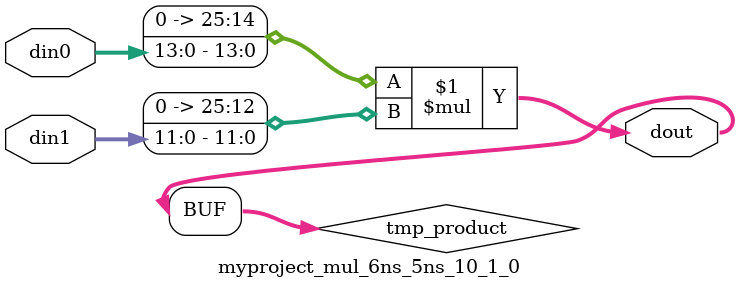
<source format=v>

`timescale 1 ns / 1 ps

  module myproject_mul_6ns_5ns_10_1_0(din0, din1, dout);
parameter ID = 1;
parameter NUM_STAGE = 0;
parameter din0_WIDTH = 14;
parameter din1_WIDTH = 12;
parameter dout_WIDTH = 26;

input [din0_WIDTH - 1 : 0] din0; 
input [din1_WIDTH - 1 : 0] din1; 
output [dout_WIDTH - 1 : 0] dout;

wire signed [dout_WIDTH - 1 : 0] tmp_product;










assign tmp_product = $signed({1'b0, din0}) * $signed({1'b0, din1});











assign dout = tmp_product;







endmodule

</source>
